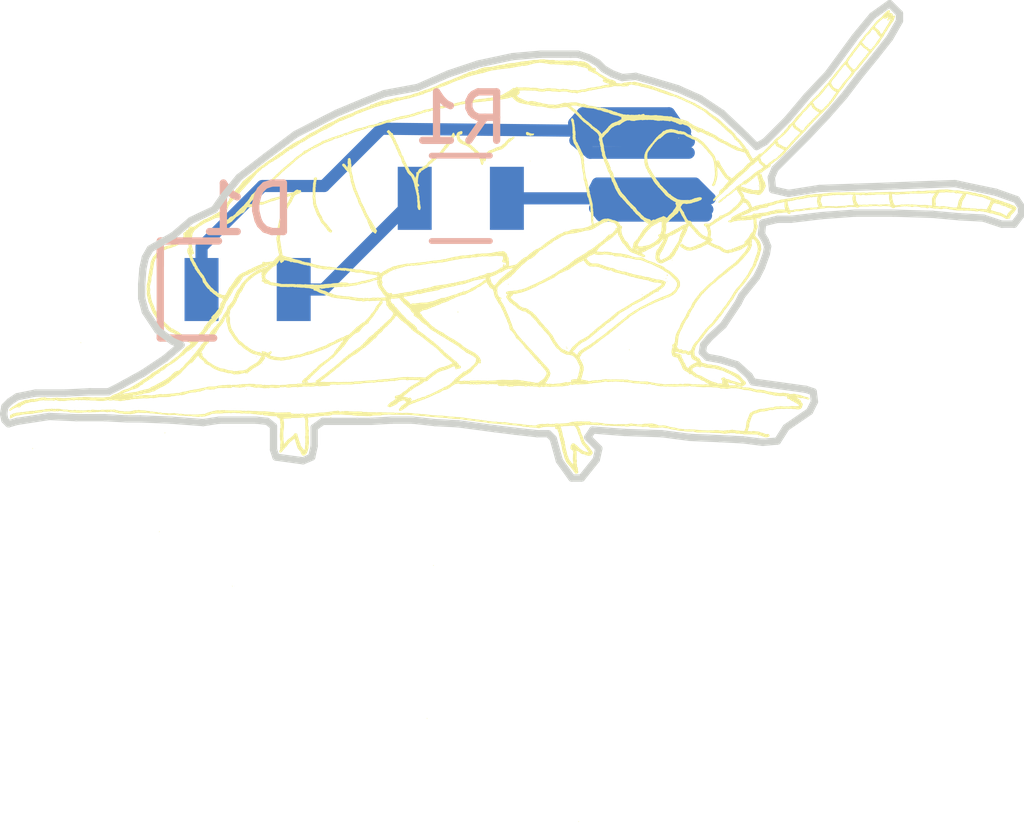
<source format=kicad_pcb>
(kicad_pcb (version 4) (host pcbnew 4.0.7)
  (layers (0 F.Cu signal) (31 B.Cu signal) (34 B.Paste user) (35 F.Paste user) (36 B.SilkS user) (37 F.SilkS user) (38 B.Mask user) (39 F.Mask user) (44 Edge.Cuts user))
  (net 0 "")
  (net 1 "Net-(D1-Pad1)")
  (net 2 "Net-(D1-Pad2)")
  (net 3 "Net-(J1-Pad2)")
  (module Resistors_SMD:R_0805 (layer B.Cu) (at 216.2048 106.68 180)
    (fp_text reference R1 (at 0 1.65 180) (layer B.SilkS) (effects (justify mirror)))
    (fp_text value R)
    (pad 1 smd rect (at -0.95 0 180) (size 0.7 1.3) (layers B.Cu B.Paste B.Mask) (net 3 "Net-(J1-Pad2)"))
    (pad 2 smd rect (at 0.95 0 180) (size 0.7 1.3) (layers B.Cu B.Paste B.Mask) (net 2 "Net-(D1-Pad2)"))
  )
  (module SillyComps:BUG_glower_sm_25mm (layer F.Cu) (at 218.3638 108.4072)
    (fp_text reference G*** hide)
    (fp_text value LOGO hide)
  )
  (module SillyComps:bug_silks_25mm (layer F.Cu) (at 218.3384 108.4326)
    (fp_text reference G*** hide)
    (fp_text value LOGO hide)
  )
  (module SillyComps:GlowBug_CircleRelief_Single_Side (layer F.Cu) (at 211.8106 108.5596)
    (fp_text reference D1 (at 0 -1.65) (layer B.SilkS) (effects (justify mirror)))
    (fp_text value LED hide)
    (pad 1 smd rect (at -0.95 0) (size 0.7 1.3) (layers B.Cu F.Paste B.Mask) (net 1 "Net-(D1-Pad1)"))
    (pad 2 smd rect (at 0.95 0) (size 0.7 1.3) (layers B.Cu B.Paste B.Mask) (net 2 "Net-(D1-Pad2)"))
  )
  (gr_line (start 225.2472 103.0224) (end 225.2472 102.87) (angle 90) (layer Edge.Cuts) (width 0.15))
  (gr_line (start 225.044 103.378) (end 225.2472 103.0224) (angle 90) (layer Edge.Cuts) (width 0.15))
  (gr_line (start 224.7646 103.7336) (end 225.044 103.378) (angle 90) (layer Edge.Cuts) (width 0.15))
  (gr_line (start 224.4344 104.14) (end 224.7646 103.7336) (angle 90) (layer Edge.Cuts) (width 0.15))
  (gr_line (start 224.1042 104.5718) (end 224.4344 104.14) (angle 90) (layer Edge.Cuts) (width 0.15))
  (gr_line (start 223.7486 104.9782) (end 224.1042 104.5718) (angle 90) (layer Edge.Cuts) (width 0.15))
  (gr_line (start 223.3422 105.41) (end 223.7486 104.9782) (angle 90) (layer Edge.Cuts) (width 0.15))
  (gr_line (start 222.6818 106.0704) (end 223.3422 105.41) (angle 90) (layer Edge.Cuts) (width 0.15))
  (gr_line (start 222.6056 106.2482) (end 222.6818 106.0704) (angle 90) (layer Edge.Cuts) (width 0.15))
  (gr_line (start 222.631 106.5022) (end 222.6056 106.2482) (angle 90) (layer Edge.Cuts) (width 0.15))
  (gr_line (start 222.9612 106.5784) (end 222.631 106.5022) (angle 90) (layer Edge.Cuts) (width 0.15))
  (gr_line (start 223.5962 106.4768) (end 222.9612 106.5784) (angle 90) (layer Edge.Cuts) (width 0.15))
  (gr_line (start 224.3328 106.4514) (end 223.5962 106.4768) (angle 90) (layer Edge.Cuts) (width 0.15))
  (gr_line (start 225.0694 106.426) (end 224.3328 106.4514) (angle 90) (layer Edge.Cuts) (width 0.15))
  (gr_line (start 226.3902 106.3752) (end 225.0694 106.426) (angle 90) (layer Edge.Cuts) (width 0.15))
  (gr_line (start 226.6188 106.426) (end 226.3902 106.3752) (angle 90) (layer Edge.Cuts) (width 0.15))
  (gr_line (start 227.2284 106.553) (end 226.6188 106.426) (angle 90) (layer Edge.Cuts) (width 0.15))
  (gr_line (start 227.6602 106.7054) (end 227.2284 106.553) (angle 90) (layer Edge.Cuts) (width 0.15))
  (gr_line (start 227.7618 106.8578) (end 227.6602 106.7054) (angle 90) (layer Edge.Cuts) (width 0.15))
  (gr_line (start 227.7618 107.0102) (end 227.7618 106.8578) (angle 90) (layer Edge.Cuts) (width 0.15))
  (gr_line (start 227.6094 107.2134) (end 227.7618 107.0102) (angle 90) (layer Edge.Cuts) (width 0.15))
  (gr_line (start 227.3554 107.2134) (end 227.6094 107.2134) (angle 90) (layer Edge.Cuts) (width 0.15))
  (gr_line (start 226.9744 107.0864) (end 227.3554 107.2134) (angle 90) (layer Edge.Cuts) (width 0.15))
  (gr_line (start 226.4918 107.061) (end 226.9744 107.0864) (angle 90) (layer Edge.Cuts) (width 0.15))
  (gr_line (start 225.933 107.0102) (end 226.4918 107.061) (angle 90) (layer Edge.Cuts) (width 0.15))
  (gr_line (start 225.1202 106.9848) (end 225.933 107.0102) (angle 90) (layer Edge.Cuts) (width 0.15))
  (gr_line (start 224.3328 106.9848) (end 225.1202 106.9848) (angle 90) (layer Edge.Cuts) (width 0.15))
  (gr_line (start 223.647 107.0356) (end 224.3328 106.9848) (angle 90) (layer Edge.Cuts) (width 0.15))
  (gr_line (start 223.012 107.1118) (end 223.647 107.0356) (angle 90) (layer Edge.Cuts) (width 0.15))
  (gr_line (start 222.7326 107.1118) (end 223.012 107.1118) (angle 90) (layer Edge.Cuts) (width 0.15))
  (gr_line (start 222.4278 107.188) (end 222.7326 107.1118) (angle 90) (layer Edge.Cuts) (width 0.15))
  (gr_line (start 222.4024 107.4166) (end 222.4278 107.188) (angle 90) (layer Edge.Cuts) (width 0.15))
  (gr_line (start 222.4786 107.5436) (end 222.4024 107.4166) (angle 90) (layer Edge.Cuts) (width 0.15))
  (gr_line (start 222.5294 107.6706) (end 222.4786 107.5436) (angle 90) (layer Edge.Cuts) (width 0.15))
  (gr_line (start 222.504 107.823) (end 222.5294 107.6706) (angle 90) (layer Edge.Cuts) (width 0.15))
  (gr_line (start 222.4024 108.1024) (end 222.504 107.823) (angle 90) (layer Edge.Cuts) (width 0.15))
  (gr_line (start 222.3008 108.3056) (end 222.4024 108.1024) (angle 90) (layer Edge.Cuts) (width 0.15))
  (gr_line (start 221.996 108.6866) (end 222.3008 108.3056) (angle 90) (layer Edge.Cuts) (width 0.15))
  (gr_line (start 221.9198 108.839) (end 221.996 108.6866) (angle 90) (layer Edge.Cuts) (width 0.15))
  (gr_line (start 221.615 109.2962) (end 221.9198 108.839) (angle 90) (layer Edge.Cuts) (width 0.15))
  (gr_line (start 221.3356 109.5502) (end 221.615 109.2962) (angle 90) (layer Edge.Cuts) (width 0.15))
  (gr_line (start 221.2086 109.7026) (end 221.3356 109.5502) (angle 90) (layer Edge.Cuts) (width 0.15))
  (gr_line (start 221.1832 109.855) (end 221.2086 109.7026) (angle 90) (layer Edge.Cuts) (width 0.15))
  (gr_line (start 221.2848 109.9566) (end 221.1832 109.855) (angle 90) (layer Edge.Cuts) (width 0.15))
  (gr_line (start 221.5642 110.0074) (end 221.2848 109.9566) (angle 90) (layer Edge.Cuts) (width 0.15))
  (gr_line (start 221.8944 110.109) (end 221.5642 110.0074) (angle 90) (layer Edge.Cuts) (width 0.15))
  (gr_line (start 222.1484 110.3376) (end 221.8944 110.109) (angle 90) (layer Edge.Cuts) (width 0.15))
  (gr_line (start 222.2246 110.4646) (end 222.1484 110.3376) (angle 90) (layer Edge.Cuts) (width 0.15))
  (gr_line (start 223.3168 110.617) (end 222.2246 110.4646) (angle 90) (layer Edge.Cuts) (width 0.15))
  (gr_line (start 223.4692 110.6678) (end 223.3168 110.617) (angle 90) (layer Edge.Cuts) (width 0.15))
  (gr_line (start 223.4946 110.871) (end 223.4692 110.6678) (angle 90) (layer Edge.Cuts) (width 0.15))
  (gr_line (start 223.393 111.0742) (end 223.4946 110.871) (angle 90) (layer Edge.Cuts) (width 0.15))
  (gr_line (start 222.9104 111.4044) (end 223.393 111.0742) (angle 90) (layer Edge.Cuts) (width 0.15))
  (gr_line (start 222.7326 111.6838) (end 222.9104 111.4044) (angle 90) (layer Edge.Cuts) (width 0.15))
  (gr_line (start 222.4278 111.7092) (end 222.7326 111.6838) (angle 90) (layer Edge.Cuts) (width 0.15))
  (gr_line (start 222.0214 111.6584) (end 222.4278 111.7092) (angle 90) (layer Edge.Cuts) (width 0.15))
  (gr_line (start 221.5388 111.633) (end 222.0214 111.6584) (angle 90) (layer Edge.Cuts) (width 0.15))
  (gr_line (start 220.9292 111.6076) (end 221.5388 111.633) (angle 90) (layer Edge.Cuts) (width 0.15))
  (gr_line (start 220.345 111.5314) (end 220.9292 111.6076) (angle 90) (layer Edge.Cuts) (width 0.15))
  (gr_line (start 219.583 111.506) (end 220.345 111.5314) (angle 90) (layer Edge.Cuts) (width 0.15))
  (gr_line (start 218.9226 111.4552) (end 219.583 111.506) (angle 90) (layer Edge.Cuts) (width 0.15))
  (gr_line (start 218.821 111.6076) (end 218.9226 111.4552) (angle 90) (layer Edge.Cuts) (width 0.15))
  (gr_line (start 219.0496 111.8362) (end 218.821 111.6076) (angle 90) (layer Edge.Cuts) (width 0.15))
  (gr_line (start 218.9988 112.0648) (end 219.0496 111.8362) (angle 90) (layer Edge.Cuts) (width 0.15))
  (gr_line (start 218.694 112.4458) (end 218.9988 112.0648) (angle 90) (layer Edge.Cuts) (width 0.15))
  (gr_line (start 218.4908 112.4458) (end 218.694 112.4458) (angle 90) (layer Edge.Cuts) (width 0.15))
  (gr_line (start 218.2368 112.0902) (end 218.4908 112.4458) (angle 90) (layer Edge.Cuts) (width 0.15))
  (gr_line (start 218.1098 111.633) (end 218.2368 112.0902) (angle 90) (layer Edge.Cuts) (width 0.15))
  (gr_line (start 218.0082 111.5314) (end 218.1098 111.633) (angle 90) (layer Edge.Cuts) (width 0.15))
  (gr_line (start 217.7796 111.5314) (end 218.0082 111.5314) (angle 90) (layer Edge.Cuts) (width 0.15))
  (gr_line (start 217.3224 111.4806) (end 217.7796 111.5314) (angle 90) (layer Edge.Cuts) (width 0.15))
  (gr_line (start 216.916 111.4298) (end 217.3224 111.4806) (angle 90) (layer Edge.Cuts) (width 0.15))
  (gr_line (start 216.154 111.3282) (end 216.916 111.4298) (angle 90) (layer Edge.Cuts) (width 0.15))
  (gr_line (start 215.6714 111.3028) (end 216.154 111.3282) (angle 90) (layer Edge.Cuts) (width 0.15))
  (gr_line (start 215.2142 111.252) (end 215.6714 111.3028) (angle 90) (layer Edge.Cuts) (width 0.15))
  (gr_line (start 214.7824 111.252) (end 215.2142 111.252) (angle 90) (layer Edge.Cuts) (width 0.15))
  (gr_line (start 214.3506 111.2774) (end 214.7824 111.252) (angle 90) (layer Edge.Cuts) (width 0.15))
  (gr_line (start 214.0712 111.2774) (end 214.3506 111.2774) (angle 90) (layer Edge.Cuts) (width 0.15))
  (gr_line (start 213.36 111.2774) (end 214.0712 111.2774) (angle 90) (layer Edge.Cuts) (width 0.15))
  (gr_line (start 213.1822 111.4044) (end 213.36 111.2774) (angle 90) (layer Edge.Cuts) (width 0.15))
  (gr_line (start 213.1822 111.7854) (end 213.1822 111.4044) (angle 90) (layer Edge.Cuts) (width 0.15))
  (gr_line (start 213.1314 112.014) (end 213.1822 111.7854) (angle 90) (layer Edge.Cuts) (width 0.15))
  (gr_line (start 212.9536 112.0902) (end 213.1314 112.014) (angle 90) (layer Edge.Cuts) (width 0.15))
  (gr_line (start 212.3948 112.014) (end 212.9536 112.0902) (angle 90) (layer Edge.Cuts) (width 0.15))
  (gr_line (start 212.344 111.8616) (end 212.3948 112.014) (angle 90) (layer Edge.Cuts) (width 0.15))
  (gr_line (start 212.344 111.379) (end 212.344 111.8616) (angle 90) (layer Edge.Cuts) (width 0.15))
  (gr_line (start 212.217 111.2774) (end 212.344 111.379) (angle 90) (layer Edge.Cuts) (width 0.15))
  (gr_line (start 211.9884 111.252) (end 212.217 111.2774) (angle 90) (layer Edge.Cuts) (width 0.15))
  (gr_line (start 211.2264 111.252) (end 211.9884 111.252) (angle 90) (layer Edge.Cuts) (width 0.15))
  (gr_line (start 210.8962 111.3028) (end 211.2264 111.252) (angle 90) (layer Edge.Cuts) (width 0.15))
  (gr_line (start 210.2358 111.252) (end 210.8962 111.3028) (angle 90) (layer Edge.Cuts) (width 0.15))
  (gr_line (start 209.6008 111.2266) (end 210.2358 111.252) (angle 90) (layer Edge.Cuts) (width 0.15))
  (gr_line (start 209.3214 111.2266) (end 209.6008 111.2266) (angle 90) (layer Edge.Cuts) (width 0.15))
  (gr_line (start 208.8642 111.2012) (end 209.3214 111.2266) (angle 90) (layer Edge.Cuts) (width 0.15))
  (gr_line (start 208.28 111.2012) (end 208.8642 111.2012) (angle 90) (layer Edge.Cuts) (width 0.15))
  (gr_line (start 207.7212 111.1758) (end 208.28 111.2012) (angle 90) (layer Edge.Cuts) (width 0.15))
  (gr_line (start 207.0608 111.2774) (end 207.7212 111.1758) (angle 90) (layer Edge.Cuts) (width 0.15))
  (gr_line (start 206.883 111.3282) (end 207.0608 111.2774) (angle 90) (layer Edge.Cuts) (width 0.15))
  (gr_line (start 206.8068 111.252) (end 206.883 111.3282) (angle 90) (layer Edge.Cuts) (width 0.15))
  (gr_line (start 206.7814 111.125) (end 206.8068 111.252) (angle 90) (layer Edge.Cuts) (width 0.15))
  (gr_line (start 206.8068 110.9726) (end 206.7814 111.125) (angle 90) (layer Edge.Cuts) (width 0.15))
  (gr_line (start 206.9084 110.871) (end 206.8068 110.9726) (angle 90) (layer Edge.Cuts) (width 0.15))
  (gr_line (start 207.0608 110.7694) (end 206.9084 110.871) (angle 90) (layer Edge.Cuts) (width 0.15))
  (gr_line (start 207.4418 110.6932) (end 207.0608 110.7694) (angle 90) (layer Edge.Cuts) (width 0.15))
  (gr_line (start 208.0514 110.6932) (end 207.4418 110.6932) (angle 90) (layer Edge.Cuts) (width 0.15))
  (gr_line (start 208.5594 110.6678) (end 208.0514 110.6932) (angle 90) (layer Edge.Cuts) (width 0.15))
  (gr_line (start 208.9404 110.6678) (end 208.5594 110.6678) (angle 90) (layer Edge.Cuts) (width 0.15))
  (gr_line (start 209.1436 110.5662) (end 208.9404 110.6678) (angle 90) (layer Edge.Cuts) (width 0.15))
  (gr_line (start 209.6516 110.2868) (end 209.1436 110.5662) (angle 90) (layer Edge.Cuts) (width 0.15))
  (gr_line (start 210.1088 109.982) (end 209.6516 110.2868) (angle 90) (layer Edge.Cuts) (width 0.15))
  (gr_line (start 210.439 109.7026) (end 210.1088 109.982) (angle 90) (layer Edge.Cuts) (width 0.15))
  (gr_line (start 210.2612 109.6264) (end 210.439 109.7026) (angle 90) (layer Edge.Cuts) (width 0.15))
  (gr_line (start 209.9564 109.3978) (end 210.2612 109.6264) (angle 90) (layer Edge.Cuts) (width 0.15))
  (gr_line (start 209.7024 109.0168) (end 209.9564 109.3978) (angle 90) (layer Edge.Cuts) (width 0.15))
  (gr_line (start 209.6262 108.7374) (end 209.7024 109.0168) (angle 90) (layer Edge.Cuts) (width 0.15))
  (gr_line (start 209.6262 108.458) (end 209.6262 108.7374) (angle 90) (layer Edge.Cuts) (width 0.15))
  (gr_line (start 209.6516 108.1278) (end 209.6262 108.458) (angle 90) (layer Edge.Cuts) (width 0.15))
  (gr_line (start 209.7024 107.8992) (end 209.6516 108.1278) (angle 90) (layer Edge.Cuts) (width 0.15))
  (gr_line (start 209.804 107.7214) (end 209.7024 107.8992) (angle 90) (layer Edge.Cuts) (width 0.15))
  (gr_line (start 210.2866 107.442) (end 209.804 107.7214) (angle 90) (layer Edge.Cuts) (width 0.15))
  (gr_line (start 210.6422 107.1372) (end 210.2866 107.442) (angle 90) (layer Edge.Cuts) (width 0.15))
  (gr_line (start 211.1248 106.9086) (end 210.6422 107.1372) (angle 90) (layer Edge.Cuts) (width 0.15))
  (gr_line (start 211.3026 106.6546) (end 211.1248 106.9086) (angle 90) (layer Edge.Cuts) (width 0.15))
  (gr_line (start 211.6328 106.2482) (end 211.3026 106.6546) (angle 90) (layer Edge.Cuts) (width 0.15))
  (gr_line (start 212.1916 105.8164) (end 211.6328 106.2482) (angle 90) (layer Edge.Cuts) (width 0.15))
  (gr_line (start 212.8012 105.3592) (end 212.1916 105.8164) (angle 90) (layer Edge.Cuts) (width 0.15))
  (gr_line (start 213.6394 104.9274) (end 212.8012 105.3592) (angle 90) (layer Edge.Cuts) (width 0.15))
  (gr_line (start 214.249 104.6734) (end 213.6394 104.9274) (angle 90) (layer Edge.Cuts) (width 0.15))
  (gr_line (start 214.63 104.521) (end 214.249 104.6734) (angle 90) (layer Edge.Cuts) (width 0.15))
  (gr_line (start 215.3158 104.394) (end 214.63 104.521) (angle 90) (layer Edge.Cuts) (width 0.15))
  (gr_line (start 215.9508 104.1146) (end 215.3158 104.394) (angle 90) (layer Edge.Cuts) (width 0.15))
  (gr_line (start 216.5604 103.9114) (end 215.9508 104.1146) (angle 90) (layer Edge.Cuts) (width 0.15))
  (gr_line (start 217.2716 103.759) (end 216.5604 103.9114) (angle 90) (layer Edge.Cuts) (width 0.15))
  (gr_line (start 217.8558 103.7082) (end 217.2716 103.759) (angle 90) (layer Edge.Cuts) (width 0.15))
  (gr_line (start 218.4654 103.7082) (end 217.8558 103.7082) (angle 90) (layer Edge.Cuts) (width 0.15))
  (gr_line (start 218.6178 103.7082) (end 218.4654 103.7082) (angle 90) (layer Edge.Cuts) (width 0.15))
  (gr_line (start 218.8464 103.7844) (end 218.6178 103.7082) (angle 90) (layer Edge.Cuts) (width 0.15))
  (gr_line (start 219.0242 103.886) (end 218.8464 103.7844) (angle 90) (layer Edge.Cuts) (width 0.15))
  (gr_line (start 219.1512 104.013) (end 219.0242 103.886) (angle 90) (layer Edge.Cuts) (width 0.15))
  (gr_line (start 219.329 104.1146) (end 219.1512 104.013) (angle 90) (layer Edge.Cuts) (width 0.15))
  (gr_line (start 219.5322 104.1908) (end 219.329 104.1146) (angle 90) (layer Edge.Cuts) (width 0.15))
  (gr_line (start 219.8116 104.1654) (end 219.5322 104.1908) (angle 90) (layer Edge.Cuts) (width 0.15))
  (gr_line (start 220.1672 104.267) (end 219.8116 104.1654) (angle 90) (layer Edge.Cuts) (width 0.15))
  (gr_line (start 220.6752 104.4194) (end 220.1672 104.267) (angle 90) (layer Edge.Cuts) (width 0.15))
  (gr_line (start 221.1324 104.6226) (end 220.6752 104.4194) (angle 90) (layer Edge.Cuts) (width 0.15))
  (gr_line (start 221.5896 104.9274) (end 221.1324 104.6226) (angle 90) (layer Edge.Cuts) (width 0.15))
  (gr_line (start 222.0722 105.3846) (end 221.5896 104.9274) (angle 90) (layer Edge.Cuts) (width 0.15))
  (gr_line (start 222.3008 105.6132) (end 222.0722 105.3846) (angle 90) (layer Edge.Cuts) (width 0.15))
  (gr_line (start 222.4786 105.5116) (end 222.3008 105.6132) (angle 90) (layer Edge.Cuts) (width 0.15))
  (gr_line (start 222.9358 105.0544) (end 222.4786 105.5116) (angle 90) (layer Edge.Cuts) (width 0.15))
  (gr_line (start 223.3422 104.5718) (end 222.9358 105.0544) (angle 90) (layer Edge.Cuts) (width 0.15))
  (gr_line (start 223.774 104.1146) (end 223.3422 104.5718) (angle 90) (layer Edge.Cuts) (width 0.15))
  (gr_line (start 224.3328 103.3526) (end 223.774 104.1146) (angle 90) (layer Edge.Cuts) (width 0.15))
  (gr_line (start 224.6884 102.9208) (end 224.3328 103.3526) (angle 90) (layer Edge.Cuts) (width 0.15))
  (gr_line (start 225.044 102.6668) (end 224.6884 102.9208) (angle 90) (layer Edge.Cuts) (width 0.15))
  (gr_line (start 225.2472 102.87) (end 225.044 102.6668) (angle 90) (layer Edge.Cuts) (width 0.15))
  (segment (start 214.5665 105.2449) (end 220.8276 105.3084) (width 0.25) (layer B.Cu) (net 1))
  (segment (start 218.8718 105.7402) (end 220.9038 105.7402) (width 0.25) (layer B.Cu) (net 1))
  (segment (start 218.567 105.4862) (end 218.8718 105.7402) (width 0.25) (layer B.Cu) (net 1))
  (segment (start 220.9038 105.5116) (end 218.567 105.4862) (width 0.25) (layer B.Cu) (net 1))
  (segment (start 220.4974 104.9274) (end 220.9038 105.5116) (width 0.25) (layer B.Cu) (net 1))
  (segment (start 218.7194 104.9274) (end 220.4974 104.9274) (width 0.25) (layer B.Cu) (net 1))
  (segment (start 218.5416 105.1306) (end 218.7194 104.9274) (width 0.25) (layer B.Cu) (net 1))
  (segment (start 220.6244 105.1306) (end 218.5416 105.1306) (width 0.25) (layer B.Cu) (net 1))
  (segment (start 220.8276 105.3084) (end 220.6244 105.1306) (width 0.25) (layer B.Cu) (net 1))
  (segment (start 210.8606 108.5596) (end 210.8606 107.6808) (width 0.25) (layer B.Cu) (net 1))
  (segment (start 213.3854 106.426) (end 214.5665 105.2449) (width 0.25) (layer B.Cu) (net 1))
  (segment (start 214.5665 105.2449) (end 214.5792 105.2322) (width 0.25) (layer B.Cu) (net 1))
  (segment (start 212.1154 106.426) (end 213.3854 106.426) (width 0.25) (layer B.Cu) (net 1))
  (segment (start 210.8606 107.6808) (end 212.1154 106.426) (width 0.25) (layer B.Cu) (net 1))
  (segment (start 212.7606 108.5596) (end 213.3752 108.5596) (width 0.25) (layer B.Cu) (net 2))
  (segment (start 213.3752 108.5596) (end 215.2548 106.68) (width 0.25) (layer B.Cu) (net 2))
  (segment (start 217.1548 106.68) (end 218.9734 106.68) (width 0.25) (layer B.Cu) (net 3))
  (segment (start 219.1004 107.0356) (end 221.2594 107.0356) (width 0.25) (layer B.Cu) (net 3))
  (segment (start 218.9734 106.8832) (end 219.1004 107.0356) (width 0.25) (layer B.Cu) (net 3))
  (segment (start 221.2848 106.9086) (end 218.9734 106.8832) (width 0.25) (layer B.Cu) (net 3))
  (segment (start 220.9546 106.5276) (end 221.2848 106.9086) (width 0.25) (layer B.Cu) (net 3))
  (segment (start 218.9734 106.4768) (end 220.9546 106.5276) (width 0.25) (layer B.Cu) (net 3))
  (segment (start 219.0242 106.3752) (end 218.9734 106.4768) (width 0.25) (layer B.Cu) (net 3))
  (segment (start 221.0308 106.3752) (end 219.0242 106.3752) (width 0.25) (layer B.Cu) (net 3))
  (segment (start 221.3356 106.68) (end 221.0308 106.3752) (width 0.25) (layer B.Cu) (net 3))
  (segment (start 218.9734 106.68) (end 221.3356 106.68) (width 0.25) (layer B.Cu) (net 3))
)
</source>
